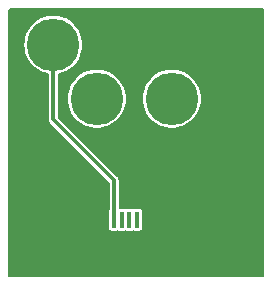
<source format=gbr>
%TF.GenerationSoftware,KiCad,Pcbnew,7.0.11-7.0.11~ubuntu22.04.1*%
%TF.CreationDate,2024-11-23T21:12:19-05:00*%
%TF.ProjectId,usb_to_roller_ctrl,7573625f-746f-45f7-926f-6c6c65725f63,rev?*%
%TF.SameCoordinates,Original*%
%TF.FileFunction,Copper,L1,Top*%
%TF.FilePolarity,Positive*%
%FSLAX46Y46*%
G04 Gerber Fmt 4.6, Leading zero omitted, Abs format (unit mm)*
G04 Created by KiCad (PCBNEW 7.0.11-7.0.11~ubuntu22.04.1) date 2024-11-23 21:12:19*
%MOMM*%
%LPD*%
G01*
G04 APERTURE LIST*
%TA.AperFunction,ComponentPad*%
%ADD10C,4.445000*%
%TD*%
%TA.AperFunction,SMDPad,CuDef*%
%ADD11R,0.400000X1.400000*%
%TD*%
%TA.AperFunction,ComponentPad*%
%ADD12O,1.050000X1.900000*%
%TD*%
%TA.AperFunction,SMDPad,CuDef*%
%ADD13R,1.150000X1.450000*%
%TD*%
%TA.AperFunction,SMDPad,CuDef*%
%ADD14R,1.750000X1.900000*%
%TD*%
%TA.AperFunction,Conductor*%
%ADD15C,0.304800*%
%TD*%
G04 APERTURE END LIST*
D10*
%TO.P,J1,1,Pin_1*%
%TO.N,GND*%
X162856300Y-89937500D03*
%TO.P,J1,2,Pin_2*%
%TO.N,unconnected-(J1-Pin_2-Pad2)*%
X159173300Y-94509500D03*
%TO.P,J1,3,Pin_3*%
%TO.N,unconnected-(J1-Pin_3-Pad3)*%
X152823300Y-94509500D03*
%TO.P,J1,4,Pin_4*%
%TO.N,Net-(J1-Pin_4)*%
X149140300Y-89937500D03*
%TD*%
D11*
%TO.P,J2,1,VBUS*%
%TO.N,Net-(J1-Pin_4)*%
X154281400Y-104741200D03*
%TO.P,J2,2,D-*%
%TO.N,unconnected-(J2-D--Pad2)*%
X154931400Y-104741200D03*
%TO.P,J2,3,D+*%
%TO.N,unconnected-(J2-D+-Pad3)*%
X155581400Y-104741200D03*
%TO.P,J2,4,ID*%
%TO.N,unconnected-(J2-ID-Pad4)*%
X156231400Y-104741200D03*
%TO.P,J2,5,GND*%
%TO.N,GND*%
X156881400Y-104741200D03*
D12*
%TO.P,J2,6,Shield*%
X152006400Y-107391200D03*
D13*
X153261400Y-105161200D03*
D14*
X154456400Y-107391200D03*
X156706400Y-107391200D03*
D13*
X157901400Y-105161200D03*
D12*
X159156400Y-107391200D03*
%TD*%
D15*
%TO.N,Net-(J1-Pin_4)*%
X149140300Y-96257500D02*
X149140300Y-89937500D01*
X154281400Y-101398600D02*
X149140300Y-96257500D01*
X154281400Y-104741200D02*
X154281400Y-101398600D01*
%TD*%
%TA.AperFunction,Conductor*%
%TO.N,GND*%
G36*
X166954621Y-86880502D02*
G01*
X167001114Y-86934158D01*
X167012500Y-86986500D01*
X167012500Y-109507900D01*
X166992498Y-109576021D01*
X166938842Y-109622514D01*
X166886500Y-109633900D01*
X145457300Y-109633900D01*
X145389179Y-109613898D01*
X145342686Y-109560242D01*
X145331300Y-109507900D01*
X145331300Y-89937505D01*
X146683853Y-89937505D01*
X146703222Y-90245368D01*
X146761026Y-90548389D01*
X146761029Y-90548402D01*
X146856348Y-90841766D01*
X146856353Y-90841779D01*
X146987696Y-91120897D01*
X146987704Y-91120911D01*
X147152989Y-91381358D01*
X147152991Y-91381361D01*
X147152993Y-91381363D01*
X147349627Y-91619054D01*
X147574502Y-91830225D01*
X147824070Y-92011547D01*
X148094396Y-92160160D01*
X148302902Y-92242713D01*
X148381210Y-92273718D01*
X148381213Y-92273719D01*
X148381216Y-92273720D01*
X148664139Y-92346362D01*
X148725141Y-92382675D01*
X148756830Y-92446207D01*
X148758800Y-92468402D01*
X148758800Y-96204866D01*
X148756118Y-96230723D01*
X148753854Y-96241516D01*
X148757832Y-96273421D01*
X148758800Y-96289008D01*
X148758800Y-96289113D01*
X148762275Y-96309941D01*
X148763025Y-96315090D01*
X148769603Y-96367857D01*
X148771888Y-96375532D01*
X148774480Y-96383081D01*
X148774481Y-96383084D01*
X148774482Y-96383086D01*
X148784840Y-96402226D01*
X148799792Y-96429855D01*
X148802174Y-96434484D01*
X148825523Y-96482245D01*
X148830168Y-96488751D01*
X148835082Y-96495064D01*
X148874204Y-96531078D01*
X148877963Y-96534685D01*
X153862995Y-101519717D01*
X153897021Y-101582029D01*
X153899900Y-101608812D01*
X153899900Y-103862243D01*
X153879898Y-103930364D01*
X153878667Y-103932243D01*
X153865592Y-103951810D01*
X153852300Y-104018635D01*
X153852300Y-105463764D01*
X153865592Y-105530589D01*
X153865593Y-105530590D01*
X153916228Y-105606372D01*
X153992010Y-105657007D01*
X154058838Y-105670300D01*
X154058839Y-105670300D01*
X154503961Y-105670300D01*
X154503962Y-105670300D01*
X154570790Y-105657007D01*
X154570790Y-105657006D01*
X154581818Y-105654813D01*
X154630982Y-105654813D01*
X154642009Y-105657006D01*
X154642010Y-105657007D01*
X154708838Y-105670300D01*
X154708839Y-105670300D01*
X155153961Y-105670300D01*
X155153962Y-105670300D01*
X155220790Y-105657007D01*
X155220790Y-105657006D01*
X155231818Y-105654813D01*
X155280982Y-105654813D01*
X155292009Y-105657006D01*
X155292010Y-105657007D01*
X155358838Y-105670300D01*
X155358839Y-105670300D01*
X155803961Y-105670300D01*
X155803962Y-105670300D01*
X155870790Y-105657007D01*
X155870790Y-105657006D01*
X155881818Y-105654813D01*
X155930982Y-105654813D01*
X155942009Y-105657006D01*
X155942010Y-105657007D01*
X156008838Y-105670300D01*
X156008839Y-105670300D01*
X156453961Y-105670300D01*
X156453962Y-105670300D01*
X156520790Y-105657007D01*
X156596572Y-105606372D01*
X156647207Y-105530590D01*
X156660500Y-105463762D01*
X156660500Y-104018638D01*
X156647207Y-103951810D01*
X156596572Y-103876028D01*
X156545936Y-103842194D01*
X156520789Y-103825392D01*
X156453964Y-103812100D01*
X156453962Y-103812100D01*
X156008838Y-103812100D01*
X156008832Y-103812100D01*
X155930981Y-103827586D01*
X155881819Y-103827586D01*
X155803967Y-103812100D01*
X155803962Y-103812100D01*
X155358838Y-103812100D01*
X155358832Y-103812100D01*
X155280981Y-103827586D01*
X155231819Y-103827586D01*
X155153967Y-103812100D01*
X155153962Y-103812100D01*
X154788900Y-103812100D01*
X154720779Y-103792098D01*
X154674286Y-103738442D01*
X154662900Y-103686100D01*
X154662900Y-101451233D01*
X154665582Y-101425373D01*
X154667845Y-101414581D01*
X154663868Y-101382678D01*
X154662900Y-101367091D01*
X154662900Y-101366988D01*
X154659424Y-101346160D01*
X154658677Y-101341040D01*
X154652096Y-101288239D01*
X154652095Y-101288237D01*
X154652095Y-101288235D01*
X154649817Y-101280585D01*
X154647218Y-101273014D01*
X154621919Y-101226266D01*
X154619535Y-101221635D01*
X154607051Y-101196100D01*
X154596176Y-101173854D01*
X154596175Y-101173853D01*
X154591527Y-101167342D01*
X154586621Y-101161039D01*
X154547481Y-101125008D01*
X154543724Y-101121402D01*
X149558705Y-96136382D01*
X149524679Y-96074070D01*
X149521800Y-96047287D01*
X149521800Y-94509505D01*
X150366853Y-94509505D01*
X150386222Y-94817368D01*
X150444026Y-95120389D01*
X150444029Y-95120402D01*
X150539348Y-95413766D01*
X150539353Y-95413779D01*
X150670696Y-95692897D01*
X150670704Y-95692911D01*
X150835989Y-95953358D01*
X150835991Y-95953361D01*
X150835993Y-95953363D01*
X151032627Y-96191054D01*
X151220904Y-96367857D01*
X151257502Y-96402225D01*
X151257503Y-96402226D01*
X151385281Y-96495062D01*
X151507070Y-96583547D01*
X151777396Y-96732160D01*
X151985902Y-96814713D01*
X152064210Y-96845718D01*
X152064213Y-96845718D01*
X152064216Y-96845720D01*
X152363008Y-96922437D01*
X152669058Y-96961100D01*
X152669062Y-96961100D01*
X152977538Y-96961100D01*
X152977542Y-96961100D01*
X153283592Y-96922437D01*
X153582384Y-96845720D01*
X153869204Y-96732160D01*
X154139530Y-96583547D01*
X154389098Y-96402225D01*
X154613973Y-96191054D01*
X154810607Y-95953363D01*
X154975901Y-95692902D01*
X155107247Y-95413778D01*
X155202573Y-95120394D01*
X155260377Y-94817374D01*
X155279747Y-94509505D01*
X156716853Y-94509505D01*
X156736222Y-94817368D01*
X156794026Y-95120389D01*
X156794029Y-95120402D01*
X156889348Y-95413766D01*
X156889353Y-95413779D01*
X157020696Y-95692897D01*
X157020704Y-95692911D01*
X157185989Y-95953358D01*
X157185991Y-95953361D01*
X157185993Y-95953363D01*
X157382627Y-96191054D01*
X157570904Y-96367857D01*
X157607502Y-96402225D01*
X157607503Y-96402226D01*
X157735281Y-96495062D01*
X157857070Y-96583547D01*
X158127396Y-96732160D01*
X158335902Y-96814713D01*
X158414210Y-96845718D01*
X158414213Y-96845718D01*
X158414216Y-96845720D01*
X158713008Y-96922437D01*
X159019058Y-96961100D01*
X159019062Y-96961100D01*
X159327538Y-96961100D01*
X159327542Y-96961100D01*
X159633592Y-96922437D01*
X159932384Y-96845720D01*
X160219204Y-96732160D01*
X160489530Y-96583547D01*
X160739098Y-96402225D01*
X160963973Y-96191054D01*
X161160607Y-95953363D01*
X161325901Y-95692902D01*
X161457247Y-95413778D01*
X161552573Y-95120394D01*
X161610377Y-94817374D01*
X161629747Y-94509500D01*
X161610377Y-94201626D01*
X161552573Y-93898606D01*
X161457247Y-93605222D01*
X161325901Y-93326098D01*
X161160607Y-93065637D01*
X160963973Y-92827946D01*
X160739098Y-92616775D01*
X160739097Y-92616774D01*
X160739096Y-92616773D01*
X160489536Y-92435457D01*
X160489533Y-92435455D01*
X160489530Y-92435453D01*
X160219204Y-92286840D01*
X160136649Y-92254154D01*
X159932389Y-92173281D01*
X159932371Y-92173276D01*
X159633606Y-92096566D01*
X159633598Y-92096564D01*
X159633592Y-92096563D01*
X159633582Y-92096561D01*
X159633578Y-92096561D01*
X159327556Y-92057901D01*
X159327545Y-92057900D01*
X159327542Y-92057900D01*
X159019058Y-92057900D01*
X159019055Y-92057900D01*
X159019043Y-92057901D01*
X158713021Y-92096561D01*
X158713014Y-92096562D01*
X158713008Y-92096563D01*
X158713003Y-92096564D01*
X158712993Y-92096566D01*
X158414228Y-92173276D01*
X158414210Y-92173281D01*
X158127396Y-92286840D01*
X157857063Y-92435457D01*
X157607503Y-92616773D01*
X157607502Y-92616774D01*
X157382628Y-92827945D01*
X157382619Y-92827955D01*
X157185991Y-93065638D01*
X157185989Y-93065641D01*
X157020704Y-93326088D01*
X157020696Y-93326102D01*
X156889353Y-93605220D01*
X156889348Y-93605233D01*
X156794029Y-93898597D01*
X156794026Y-93898610D01*
X156736222Y-94201631D01*
X156716853Y-94509494D01*
X156716853Y-94509505D01*
X155279747Y-94509505D01*
X155279747Y-94509500D01*
X155260377Y-94201626D01*
X155202573Y-93898606D01*
X155107247Y-93605222D01*
X154975901Y-93326098D01*
X154810607Y-93065637D01*
X154613973Y-92827946D01*
X154389098Y-92616775D01*
X154389097Y-92616774D01*
X154389096Y-92616773D01*
X154139536Y-92435457D01*
X154139533Y-92435455D01*
X154139530Y-92435453D01*
X153869204Y-92286840D01*
X153786649Y-92254154D01*
X153582389Y-92173281D01*
X153582371Y-92173276D01*
X153283606Y-92096566D01*
X153283598Y-92096564D01*
X153283592Y-92096563D01*
X153283582Y-92096561D01*
X153283578Y-92096561D01*
X152977556Y-92057901D01*
X152977545Y-92057900D01*
X152977542Y-92057900D01*
X152669058Y-92057900D01*
X152669055Y-92057900D01*
X152669043Y-92057901D01*
X152363021Y-92096561D01*
X152363014Y-92096562D01*
X152363008Y-92096563D01*
X152363003Y-92096564D01*
X152362993Y-92096566D01*
X152064228Y-92173276D01*
X152064210Y-92173281D01*
X151777396Y-92286840D01*
X151507063Y-92435457D01*
X151257503Y-92616773D01*
X151257502Y-92616774D01*
X151032628Y-92827945D01*
X151032619Y-92827955D01*
X150835991Y-93065638D01*
X150835989Y-93065641D01*
X150670704Y-93326088D01*
X150670696Y-93326102D01*
X150539353Y-93605220D01*
X150539348Y-93605233D01*
X150444029Y-93898597D01*
X150444026Y-93898610D01*
X150386222Y-94201631D01*
X150366853Y-94509494D01*
X150366853Y-94509505D01*
X149521800Y-94509505D01*
X149521800Y-92468402D01*
X149541802Y-92400281D01*
X149595458Y-92353788D01*
X149616449Y-92346365D01*
X149899384Y-92273720D01*
X150186204Y-92160160D01*
X150456530Y-92011547D01*
X150706098Y-91830225D01*
X150930973Y-91619054D01*
X151127607Y-91381363D01*
X151292901Y-91120902D01*
X151424247Y-90841778D01*
X151519573Y-90548394D01*
X151577377Y-90245374D01*
X151596747Y-89937500D01*
X151577377Y-89629626D01*
X151519573Y-89326606D01*
X151424247Y-89033222D01*
X151292901Y-88754098D01*
X151127607Y-88493637D01*
X150930973Y-88255946D01*
X150706098Y-88044775D01*
X150706097Y-88044774D01*
X150706096Y-88044773D01*
X150456536Y-87863457D01*
X150456533Y-87863455D01*
X150456530Y-87863453D01*
X150186204Y-87714840D01*
X150103649Y-87682154D01*
X149899389Y-87601281D01*
X149899371Y-87601276D01*
X149600606Y-87524566D01*
X149600598Y-87524564D01*
X149600592Y-87524563D01*
X149600582Y-87524561D01*
X149600578Y-87524561D01*
X149294556Y-87485901D01*
X149294545Y-87485900D01*
X149294542Y-87485900D01*
X148986058Y-87485900D01*
X148986055Y-87485900D01*
X148986043Y-87485901D01*
X148680021Y-87524561D01*
X148680014Y-87524562D01*
X148680008Y-87524563D01*
X148680003Y-87524564D01*
X148679993Y-87524566D01*
X148381228Y-87601276D01*
X148381210Y-87601281D01*
X148094396Y-87714840D01*
X147824063Y-87863457D01*
X147574503Y-88044773D01*
X147574502Y-88044774D01*
X147349628Y-88255945D01*
X147349619Y-88255955D01*
X147152991Y-88493638D01*
X147152989Y-88493641D01*
X146987704Y-88754088D01*
X146987696Y-88754102D01*
X146856353Y-89033220D01*
X146856348Y-89033233D01*
X146761029Y-89326597D01*
X146761026Y-89326610D01*
X146703222Y-89629631D01*
X146683853Y-89937494D01*
X146683853Y-89937505D01*
X145331300Y-89937505D01*
X145331300Y-86986500D01*
X145351302Y-86918379D01*
X145404958Y-86871886D01*
X145457300Y-86860500D01*
X166886500Y-86860500D01*
X166954621Y-86880502D01*
G37*
%TD.AperFunction*%
%TD*%
M02*

</source>
